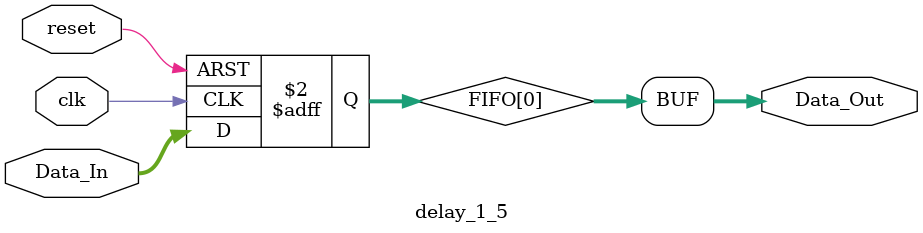
<source format=v>
`timescale 1ns / 1ps


module 
 delay_1_5 #(parameter
	SIG_DATA_WIDTH = 5,
	delay_cycles = 1
	)(
	input clk,
	input reset,
	input [SIG_DATA_WIDTH-1:0] Data_In,
	output [SIG_DATA_WIDTH-1:0] Data_Out
	);
	

	reg	[SIG_DATA_WIDTH-1:0] FIFO  [delay_cycles-1:0] ;
	always @ (posedge clk or posedge reset)
    begin
        if(reset)
		begin
			FIFO[0] <= {SIG_DATA_WIDTH{1'b0}};
		end
		else
		begin
			FIFO[0] <= Data_In;
		end
	end

	assign    Data_Out = FIFO[0];
endmodule
</source>
